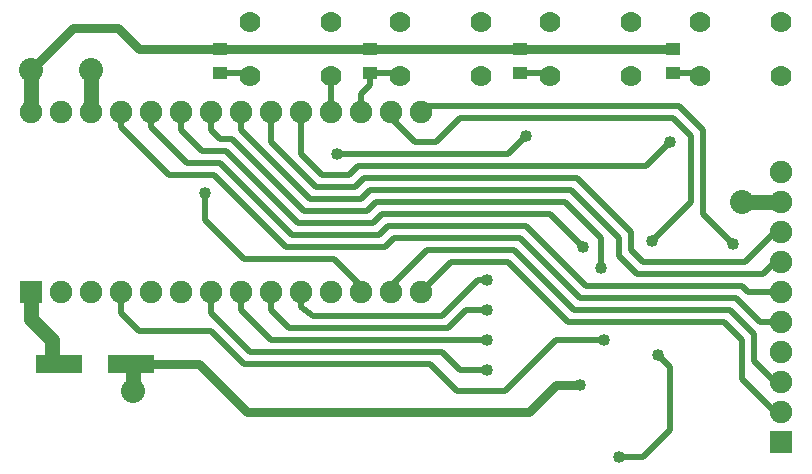
<source format=gbr>
G04 #@! TF.GenerationSoftware,KiCad,Pcbnew,5.1.6-c6e7f7d~87~ubuntu16.04.1*
G04 #@! TF.CreationDate,2020-09-01T19:23:28-04:00*
G04 #@! TF.ProjectId,Controller,436f6e74-726f-46c6-9c65-722e6b696361,rev?*
G04 #@! TF.SameCoordinates,PX5734380PY65bcec0*
G04 #@! TF.FileFunction,Copper,L1,Top*
G04 #@! TF.FilePolarity,Positive*
%FSLAX46Y46*%
G04 Gerber Fmt 4.6, Leading zero omitted, Abs format (unit mm)*
G04 Created by KiCad (PCBNEW 5.1.6-c6e7f7d~87~ubuntu16.04.1) date 2020-09-01 19:23:28*
%MOMM*%
%LPD*%
G01*
G04 APERTURE LIST*
G04 #@! TA.AperFunction,ComponentPad*
%ADD10C,1.905000*%
G04 #@! TD*
G04 #@! TA.AperFunction,ComponentPad*
%ADD11R,1.905000X1.905000*%
G04 #@! TD*
G04 #@! TA.AperFunction,ComponentPad*
%ADD12C,2.032000*%
G04 #@! TD*
G04 #@! TA.AperFunction,SMDPad,CuDef*
%ADD13R,4.000500X1.600200*%
G04 #@! TD*
G04 #@! TA.AperFunction,SMDPad,CuDef*
%ADD14R,1.270000X1.016000*%
G04 #@! TD*
G04 #@! TA.AperFunction,ComponentPad*
%ADD15C,1.778000*%
G04 #@! TD*
G04 #@! TA.AperFunction,ViaPad*
%ADD16C,1.016000*%
G04 #@! TD*
G04 #@! TA.AperFunction,Conductor*
%ADD17C,1.270000*%
G04 #@! TD*
G04 #@! TA.AperFunction,Conductor*
%ADD18C,0.762000*%
G04 #@! TD*
G04 #@! TA.AperFunction,Conductor*
%ADD19C,0.508000*%
G04 #@! TD*
G04 APERTURE END LIST*
D10*
X2540000Y-10160000D03*
X5080000Y-10160000D03*
X30480000Y-10160000D03*
X7620000Y-10160000D03*
X10160000Y-10160000D03*
X12700000Y-10160000D03*
X15240000Y-10160000D03*
X17780000Y-10160000D03*
X20320000Y-10160000D03*
X22860000Y-10160000D03*
X25400000Y-10160000D03*
X27940000Y-10160000D03*
X33020000Y-10160000D03*
X35560000Y-10160000D03*
X35560000Y-25400000D03*
X33020000Y-25400000D03*
X30480000Y-25400000D03*
X27940000Y-25400000D03*
X25400000Y-25400000D03*
X22860000Y-25400000D03*
X20320000Y-25400000D03*
X17780000Y-25400000D03*
D11*
X2540000Y-25400000D03*
D10*
X5080000Y-25400000D03*
X7620000Y-25400000D03*
X10160000Y-25400000D03*
X12700000Y-25400000D03*
X15240000Y-25400000D03*
X66040000Y-15240000D03*
X66040000Y-17780000D03*
X66040000Y-20320000D03*
X66040000Y-22860000D03*
D11*
X66040000Y-38100000D03*
D10*
X66040000Y-35560000D03*
X66040000Y-33020000D03*
X66040000Y-30480000D03*
X66040000Y-27940000D03*
X66040000Y-25400000D03*
D12*
X62738000Y-17780000D03*
X7620000Y-6604000D03*
D13*
X10975340Y-31496000D03*
X4874260Y-31496000D03*
D14*
X18542000Y-4826000D03*
X18542000Y-6858000D03*
X31242000Y-6858000D03*
X31242000Y-4826000D03*
X43942000Y-4826000D03*
X43942000Y-6858000D03*
X56896000Y-6858000D03*
X56896000Y-4826000D03*
D15*
X27940000Y-2540000D03*
X21082000Y-2540000D03*
X27940000Y-7112000D03*
X21082000Y-7112000D03*
X33782000Y-7112000D03*
X40640000Y-7112000D03*
X33782000Y-2540000D03*
X40640000Y-2540000D03*
X53340000Y-2540000D03*
X46482000Y-2540000D03*
X53340000Y-7112000D03*
X46482000Y-7112000D03*
X59182000Y-7112000D03*
X66040000Y-7112000D03*
X59182000Y-2540000D03*
X66040000Y-2540000D03*
D12*
X11176000Y-33782000D03*
X2540000Y-6604000D03*
D16*
X49022000Y-33274000D03*
X28448000Y-13716000D03*
X44450000Y-12192000D03*
X17272000Y-17018000D03*
X56642000Y-12700000D03*
X55626000Y-30734000D03*
X52324000Y-39370000D03*
X55118000Y-21082000D03*
X50800000Y-23368000D03*
X49276000Y-21590000D03*
X61976000Y-21336000D03*
X51054000Y-29464000D03*
X41148000Y-24384000D03*
X41148000Y-26924000D03*
X41148000Y-29464000D03*
X41148000Y-32004000D03*
D17*
X2540000Y-25400000D02*
X2540000Y-27686000D01*
X2540000Y-27686000D02*
X4318000Y-29464000D01*
X4318000Y-29464000D02*
X4318000Y-30939740D01*
X4318000Y-30939740D02*
X4874260Y-31496000D01*
D18*
X49022000Y-33274000D02*
X46990000Y-33274000D01*
X46990000Y-33274000D02*
X44704000Y-35560000D01*
X44704000Y-35560000D02*
X20828000Y-35560000D01*
X56896000Y-4826000D02*
X43942000Y-4826000D01*
X43942000Y-4826000D02*
X31242000Y-4826000D01*
X31242000Y-4826000D02*
X18542000Y-4826000D01*
D17*
X11176000Y-33782000D02*
X11176000Y-31696660D01*
X11176000Y-31696660D02*
X10975340Y-31496000D01*
D18*
X10975340Y-31496000D02*
X16764000Y-31496000D01*
X16764000Y-31496000D02*
X20828000Y-35560000D01*
D17*
X2540000Y-6604000D02*
X2540000Y-10160000D01*
D18*
X18542000Y-4826000D02*
X11684000Y-4826000D01*
X11684000Y-4826000D02*
X9906000Y-3048000D01*
X9906000Y-3048000D02*
X6096000Y-3048000D01*
X6096000Y-3048000D02*
X2540000Y-6604000D01*
D19*
X18542000Y-6858000D02*
X20828000Y-6858000D01*
X20828000Y-6858000D02*
X21082000Y-7112000D01*
X27940000Y-10160000D02*
X27940000Y-7112000D01*
X31242000Y-6858000D02*
X33528000Y-6858000D01*
X33528000Y-6858000D02*
X33782000Y-7112000D01*
X30480000Y-10160000D02*
X30480000Y-8636000D01*
X31242000Y-7874000D02*
X31242000Y-6858000D01*
X30480000Y-8636000D02*
X31242000Y-7874000D01*
X43942000Y-6858000D02*
X46228000Y-6858000D01*
X46228000Y-6858000D02*
X46482000Y-7112000D01*
X30480000Y-25400000D02*
X30480000Y-24892000D01*
X30480000Y-24892000D02*
X28194000Y-22606000D01*
X28194000Y-22606000D02*
X20574000Y-22606000D01*
X20574000Y-22606000D02*
X17272000Y-19304000D01*
X28448000Y-13716000D02*
X42926000Y-13716000D01*
X44450000Y-12192000D02*
X42926000Y-13716000D01*
X17272000Y-19304000D02*
X17272000Y-17018000D01*
X25400000Y-10160000D02*
X25400000Y-13716000D01*
X27178000Y-15494000D02*
X25400000Y-13716000D01*
X29464000Y-15494000D02*
X27178000Y-15494000D01*
X56896000Y-6858000D02*
X58928000Y-6858000D01*
X58928000Y-6858000D02*
X59182000Y-7112000D01*
X56642000Y-12700000D02*
X54610000Y-14732000D01*
X54610000Y-14732000D02*
X30226000Y-14732000D01*
X30226000Y-14732000D02*
X29464000Y-15494000D01*
X55626000Y-30734000D02*
X56642000Y-31750000D01*
X56642000Y-31750000D02*
X56642000Y-37084000D01*
X56642000Y-37084000D02*
X54356000Y-39370000D01*
X54356000Y-39370000D02*
X52324000Y-39370000D01*
X12700000Y-25400000D02*
X12700000Y-24892000D01*
X15240000Y-25400000D02*
X15240000Y-24892000D01*
D17*
X66040000Y-17780000D02*
X62738000Y-17780000D01*
X7620000Y-6604000D02*
X7620000Y-10160000D01*
D19*
X66040000Y-27940000D02*
X65532000Y-27940000D01*
X10160000Y-10160000D02*
X10160000Y-11430000D01*
X10160000Y-11430000D02*
X14224000Y-15494000D01*
X33274000Y-20828000D02*
X43942000Y-20828000D01*
X43942000Y-20828000D02*
X49022000Y-25908000D01*
X49022000Y-25908000D02*
X62230000Y-25908000D01*
X33274000Y-20828000D02*
X32512000Y-21590000D01*
X32512000Y-21590000D02*
X24130000Y-21590000D01*
X62230000Y-25908000D02*
X64262000Y-27940000D01*
X64262000Y-27940000D02*
X66040000Y-27940000D01*
X14224000Y-15494000D02*
X18034000Y-15494000D01*
X18034000Y-15494000D02*
X24130000Y-21590000D01*
X12700000Y-10160000D02*
X12700000Y-11430000D01*
X12700000Y-11430000D02*
X15748000Y-14478000D01*
X44450000Y-19812000D02*
X49530000Y-24892000D01*
X49530000Y-24892000D02*
X62738000Y-24892000D01*
X44450000Y-19812000D02*
X32766000Y-19812000D01*
X32766000Y-19812000D02*
X32004000Y-20574000D01*
X32004000Y-20574000D02*
X24638000Y-20574000D01*
X66040000Y-25400000D02*
X65532000Y-25400000D01*
X65532000Y-25400000D02*
X63246000Y-25400000D01*
X63246000Y-25400000D02*
X62738000Y-24892000D01*
X15748000Y-14478000D02*
X18542000Y-14478000D01*
X18542000Y-14478000D02*
X24638000Y-20574000D01*
X33020000Y-10160000D02*
X33020000Y-10668000D01*
X33020000Y-10668000D02*
X35052000Y-12700000D01*
X35052000Y-12700000D02*
X36830000Y-12700000D01*
X36830000Y-12700000D02*
X38862000Y-10668000D01*
X38862000Y-10668000D02*
X56896000Y-10668000D01*
X56896000Y-10668000D02*
X58420000Y-12192000D01*
X58420000Y-12192000D02*
X58420000Y-17780000D01*
X55118000Y-21082000D02*
X58420000Y-17780000D01*
X17780000Y-10160000D02*
X17780000Y-11684000D01*
X31750000Y-17780000D02*
X47752000Y-17780000D01*
X17780000Y-11684000D02*
X18542000Y-12446000D01*
X50800000Y-20828000D02*
X47752000Y-17780000D01*
X31750000Y-17780000D02*
X30988000Y-18542000D01*
X30988000Y-18542000D02*
X25654000Y-18542000D01*
X50800000Y-23368000D02*
X50800000Y-20828000D01*
X18542000Y-12446000D02*
X19558000Y-12446000D01*
X19558000Y-12446000D02*
X25654000Y-18542000D01*
X20320000Y-10160000D02*
X20320000Y-11684000D01*
X20320000Y-11684000D02*
X26162000Y-17526000D01*
X31242000Y-16764000D02*
X48260000Y-16764000D01*
X48260000Y-16764000D02*
X52324000Y-20828000D01*
X31242000Y-16764000D02*
X30480000Y-17526000D01*
X30480000Y-17526000D02*
X26162000Y-17526000D01*
X66040000Y-22860000D02*
X65532000Y-22860000D01*
X65532000Y-22860000D02*
X64516000Y-23876000D01*
X64516000Y-23876000D02*
X53848000Y-23876000D01*
X53848000Y-23876000D02*
X52324000Y-22352000D01*
X52324000Y-22352000D02*
X52324000Y-20828000D01*
X22860000Y-10160000D02*
X22860000Y-12700000D01*
X48768000Y-15748000D02*
X53340000Y-20320000D01*
X30734000Y-15748000D02*
X48768000Y-15748000D01*
X22860000Y-12700000D02*
X26670000Y-16510000D01*
X30734000Y-15748000D02*
X29972000Y-16510000D01*
X29972000Y-16510000D02*
X26670000Y-16510000D01*
X66040000Y-20320000D02*
X65532000Y-20320000D01*
X65532000Y-20320000D02*
X62992000Y-22860000D01*
X62992000Y-22860000D02*
X54356000Y-22860000D01*
X54356000Y-22860000D02*
X53340000Y-21844000D01*
X53340000Y-21844000D02*
X53340000Y-20320000D01*
X15240000Y-10160000D02*
X15240000Y-11684000D01*
X32258000Y-18796000D02*
X46482000Y-18796000D01*
X15240000Y-11684000D02*
X17018000Y-13462000D01*
X46482000Y-18796000D02*
X49276000Y-21590000D01*
X32258000Y-18796000D02*
X31496000Y-19558000D01*
X31496000Y-19558000D02*
X25146000Y-19558000D01*
X17018000Y-13462000D02*
X19050000Y-13462000D01*
X19050000Y-13462000D02*
X25146000Y-19558000D01*
X35560000Y-10160000D02*
X36068000Y-9652000D01*
X36068000Y-9652000D02*
X57404000Y-9652000D01*
X57404000Y-9652000D02*
X59436000Y-11684000D01*
X61976000Y-21336000D02*
X59436000Y-18796000D01*
X59436000Y-18796000D02*
X59436000Y-11684000D01*
X38100000Y-22860000D02*
X42926000Y-22860000D01*
X42926000Y-22860000D02*
X48006000Y-27940000D01*
X48006000Y-27940000D02*
X61214000Y-27940000D01*
X61214000Y-27940000D02*
X62738000Y-29464000D01*
X62738000Y-29464000D02*
X62738000Y-32766000D01*
X62738000Y-32766000D02*
X65532000Y-35560000D01*
X65532000Y-35560000D02*
X66040000Y-35560000D01*
X35560000Y-25400000D02*
X38100000Y-22860000D01*
X36068000Y-21844000D02*
X43434000Y-21844000D01*
X43434000Y-21844000D02*
X48514000Y-26924000D01*
X48514000Y-26924000D02*
X61722000Y-26924000D01*
X36068000Y-21844000D02*
X33020000Y-24892000D01*
X33020000Y-24892000D02*
X33020000Y-25400000D01*
X61722000Y-26924000D02*
X63754000Y-28956000D01*
X63754000Y-28956000D02*
X63754000Y-31242000D01*
X63754000Y-31242000D02*
X65532000Y-33020000D01*
X65532000Y-33020000D02*
X66040000Y-33020000D01*
X10160000Y-27178000D02*
X10160000Y-25400000D01*
X11684000Y-28702000D02*
X10160000Y-27178000D01*
X17780000Y-28702000D02*
X11684000Y-28702000D01*
X20574000Y-31496000D02*
X17780000Y-28702000D01*
X36322000Y-31496000D02*
X20574000Y-31496000D01*
X36322000Y-31496000D02*
X38608000Y-33782000D01*
X38608000Y-33782000D02*
X42672000Y-33782000D01*
X51054000Y-29464000D02*
X46990000Y-29464000D01*
X46990000Y-29464000D02*
X42672000Y-33782000D01*
X25400000Y-26670000D02*
X25400000Y-25400000D01*
X26416000Y-27432000D02*
X25400000Y-26670000D01*
X37338000Y-27432000D02*
X26416000Y-27432000D01*
X41148000Y-24384000D02*
X40386000Y-24384000D01*
X40386000Y-24384000D02*
X37338000Y-27432000D01*
X22860000Y-26924000D02*
X22860000Y-25400000D01*
X24384000Y-28448000D02*
X22860000Y-26924000D01*
X24384000Y-28448000D02*
X37846000Y-28448000D01*
X41148000Y-26924000D02*
X39370000Y-26924000D01*
X39370000Y-26924000D02*
X37846000Y-28448000D01*
X20320000Y-26924000D02*
X20320000Y-25400000D01*
X22860000Y-29464000D02*
X20320000Y-26924000D01*
X22860000Y-29464000D02*
X41148000Y-29464000D01*
X17780000Y-27178000D02*
X17780000Y-25400000D01*
X21082000Y-30480000D02*
X17780000Y-27178000D01*
X21082000Y-30480000D02*
X37338000Y-30480000D01*
X37338000Y-30480000D02*
X38862000Y-32004000D01*
X38862000Y-32004000D02*
X41148000Y-32004000D01*
M02*

</source>
